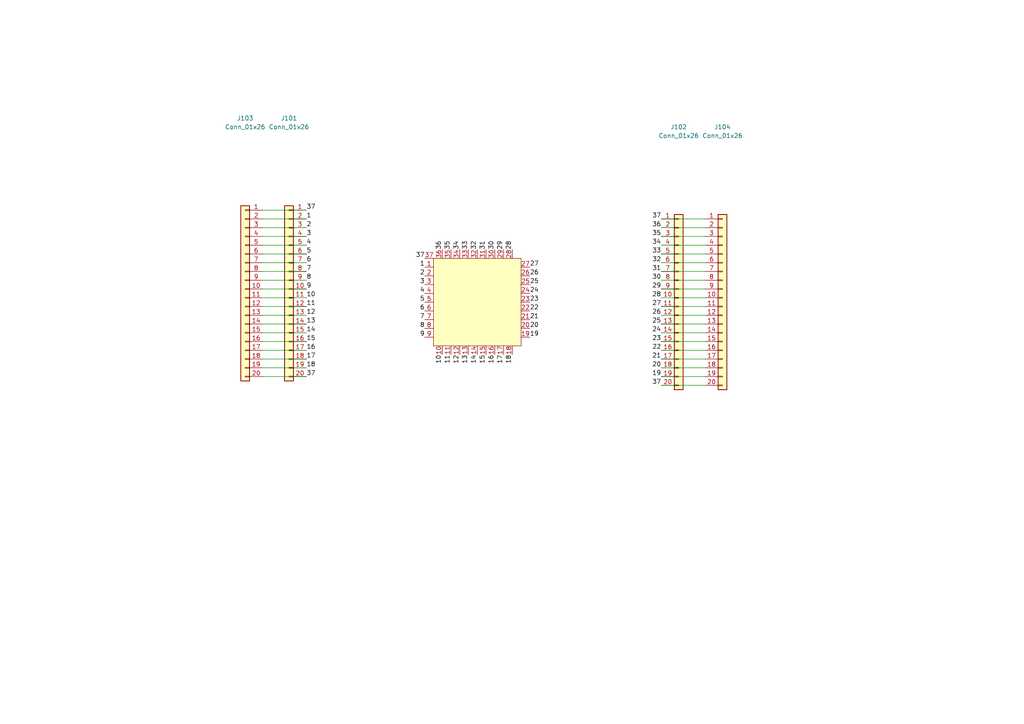
<source format=kicad_sch>
(kicad_sch (version 20250114) (generator "eeschema") (generator_version "9.0")
  (paper "A4")
  (lib_symbols
    (symbol "Connector_Generic:Conn_01x20" (pin_names (offset 1.016) (hide yes))
      (property "Reference" "J" (at 0 25.4 0))
      (property "Value" "Conn_01x20" (at 0 -27.94 0))
      (symbol "Conn_01x20_1_1"
        (rectangle (start -1.27 24.13) (end 1.27 -26.67) (stroke (width 0.254)) (fill (type background)))
        (rectangle (start -1.27 22.987) (end 0 22.733) (stroke (width 0.1524)))
        (rectangle (start -1.27 20.447) (end 0 20.193) (stroke (width 0.1524)))
        (rectangle (start -1.27 17.907) (end 0 17.653) (stroke (width 0.1524)))
        (rectangle (start -1.27 15.367) (end 0 15.113) (stroke (width 0.1524)))
        (rectangle (start -1.27 12.827) (end 0 12.573) (stroke (width 0.1524)))
        (rectangle (start -1.27 10.287) (end 0 10.033) (stroke (width 0.1524)))
        (rectangle (start -1.27 7.747) (end 0 7.493) (stroke (width 0.1524)))
        (rectangle (start -1.27 5.207) (end 0 4.953) (stroke (width 0.1524)))
        (rectangle (start -1.27 2.667) (end 0 2.413) (stroke (width 0.1524)))
        (rectangle (start -1.27 0.127) (end 0 -0.127) (stroke (width 0.1524)))
        (rectangle (start -1.27 -2.413) (end 0 -2.667) (stroke (width 0.1524)))
        (rectangle (start -1.27 -4.953) (end 0 -5.207) (stroke (width 0.1524)))
        (rectangle (start -1.27 -7.493) (end 0 -7.747) (stroke (width 0.1524)))
        (rectangle (start -1.27 -10.033) (end 0 -10.287) (stroke (width 0.1524)))
        (rectangle (start -1.27 -12.573) (end 0 -12.827) (stroke (width 0.1524)))
        (rectangle (start -1.27 -15.113) (end 0 -15.367) (stroke (width 0.1524)))
        (rectangle (start -1.27 -17.653) (end 0 -17.907) (stroke (width 0.1524)))
        (rectangle (start -1.27 -20.193) (end 0 -20.447) (stroke (width 0.1524)))
        (rectangle (start -1.27 -22.733) (end 0 -22.987) (stroke (width 0.1524)))
        (rectangle (start -1.27 -25.273) (end 0 -25.527) (stroke (width 0.1524)))
        (pin passive line (at -5.08 22.86 0) (length 3.81) (name "Pin_1") (number "1"))
        (pin passive line (at -5.08 20.32 0) (length 3.81) (name "Pin_2") (number "2"))
        (pin passive line (at -5.08 17.78 0) (length 3.81) (name "Pin_3") (number "3"))
        (pin passive line (at -5.08 15.24 0) (length 3.81) (name "Pin_4") (number "4"))
        (pin passive line (at -5.08 12.7 0) (length 3.81) (name "Pin_5") (number "5"))
        (pin passive line (at -5.08 10.16 0) (length 3.81) (name "Pin_6") (number "6"))
        (pin passive line (at -5.08 7.62 0) (length 3.81) (name "Pin_7") (number "7"))
        (pin passive line (at -5.08 5.08 0) (length 3.81) (name "Pin_8") (number "8"))
        (pin passive line (at -5.08 2.54 0) (length 3.81) (name "Pin_9") (number "9"))
        (pin passive line (at -5.08 0 0) (length 3.81) (name "Pin_10") (number "10"))
        (pin passive line (at -5.08 -2.54 0) (length 3.81) (name "Pin_11") (number "11"))
        (pin passive line (at -5.08 -5.08 0) (length 3.81) (name "Pin_12") (number "12"))
        (pin passive line (at -5.08 -7.62 0) (length 3.81) (name "Pin_13") (number "13"))
        (pin passive line (at -5.08 -10.16 0) (length 3.81) (name "Pin_14") (number "14"))
        (pin passive line (at -5.08 -12.7 0) (length 3.81) (name "Pin_15") (number "15"))
        (pin passive line (at -5.08 -15.24 0) (length 3.81) (name "Pin_16") (number "16"))
        (pin passive line (at -5.08 -17.78 0) (length 3.81) (name "Pin_17") (number "17"))
        (pin passive line (at -5.08 -20.32 0) (length 3.81) (name "Pin_18") (number "18"))
        (pin passive line (at -5.08 -22.86 0) (length 3.81) (name "Pin_19") (number "19"))
        (pin passive line (at -5.08 -25.4 0) (length 3.81) (name "Pin_20") (number "20"))
      )
    )
    (symbol "Interface_Ethernet:VSC8541XMV-0x"
      (symbol "VSC8541XMV-0x_0_0"
        (pin unspecified line (at -15.24 12.7 0) (length 2.54) (name "") (number "37"))
        (pin unspecified line (at -15.24 10.16 0) (length 2.54) (name "") (number "1"))
        (pin unspecified line (at -15.24 7.62 0) (length 2.54) (name "") (number "2"))
        (pin unspecified line (at -15.24 5.08 0) (length 2.54) (name "") (number "3"))
        (pin unspecified line (at -15.24 2.54 0) (length 2.54) (name "") (number "4"))
        (pin unspecified line (at -15.24 0 0) (length 2.54) (name "") (number "5"))
        (pin unspecified line (at -15.24 -2.54 0) (length 2.54) (name "") (number "6"))
        (pin unspecified line (at -15.24 -5.08 0) (length 2.54) (name "") (number "7"))
        (pin unspecified line (at -15.24 -7.62 0) (length 2.54) (name "") (number "8"))
        (pin unspecified line (at -15.24 -10.16 0) (length 2.54) (name "") (number "9"))
        (pin unspecified line (at -10.16 15.24 270) (length 2.54) (name "") (number "36"))
        (pin unspecified line (at -10.16 -15.24 90) (length 2.54) (name "") (number "10"))
        (pin unspecified line (at -7.62 15.24 270) (length 2.54) (name "") (number "35"))
        (pin unspecified line (at -7.62 -15.24 90) (length 2.54) (name "") (number "11"))
        (pin unspecified line (at -5.08 15.24 270) (length 2.54) (name "") (number "34"))
        (pin unspecified line (at -5.08 -15.24 90) (length 2.54) (name "") (number "12"))
        (pin unspecified line (at -2.54 15.24 270) (length 2.54) (name "") (number "33"))
        (pin unspecified line (at -2.54 -15.24 90) (length 2.54) (name "") (number "13"))
        (pin unspecified line (at 0 15.24 270) (length 2.54) (name "") (number "32"))
        (pin unspecified line (at 0 -15.24 90) (length 2.54) (name "") (number "14"))
        (pin unspecified line (at 2.54 15.24 270) (length 2.54) (name "") (number "31"))
        (pin unspecified line (at 2.54 -15.24 90) (length 2.54) (name "") (number "15"))
        (pin unspecified line (at 5.08 15.24 270) (length 2.54) (name "") (number "30"))
        (pin unspecified line (at 5.08 -15.24 90) (length 2.54) (name "") (number "16"))
        (pin unspecified line (at 7.62 15.24 270) (length 2.54) (name "") (number "29"))
        (pin unspecified line (at 7.62 -15.24 90) (length 2.54) (name "") (number "17"))
        (pin unspecified line (at 10.16 15.24 270) (length 2.54) (name "") (number "28"))
        (pin unspecified line (at 10.16 -15.24 90) (length 2.54) (name "") (number "18"))
        (pin unspecified line (at 15.24 10.16 180) (length 2.54) (name "") (number "27"))
        (pin unspecified line (at 15.24 7.62 180) (length 2.54) (name "") (number "26"))
        (pin unspecified line (at 15.24 5.08 180) (length 2.54) (name "") (number "25"))
        (pin unspecified line (at 15.24 2.54 180) (length 2.54) (name "") (number "24"))
        (pin unspecified line (at 15.24 0 180) (length 2.54) (name "") (number "23"))
        (pin unspecified line (at 15.24 -2.54 180) (length 2.54) (name "") (number "22"))
        (pin unspecified line (at 15.24 -5.08 180) (length 2.54) (name "") (number "21"))
        (pin unspecified line (at 15.24 -7.62 180) (length 2.54) (name "") (number "20"))
        (pin unspecified line (at 15.24 -10.16 180) (length 2.54) (name "") (number "19"))
      )
      (symbol "VSC8541XMV-0x_1_1"
        (rectangle (start -12.7 12.7) (end 12.7 -12.7) (fill (type background)))
      )
    )
  )
  (wire (pts (xy 204.47 66.04) (xy 191.77 66.04)))
  (wire (pts (xy 76.2 60.96) (xy 88.9 60.96)))
  (wire (pts (xy 204.47 101.6) (xy 191.77 101.6)))
  (wire (pts (xy 204.47 111.76) (xy 191.77 111.76)))
  (wire (pts (xy 76.2 88.9) (xy 88.9 88.9)))
  (wire (pts (xy 76.2 71.12) (xy 88.9 71.12)))
  (wire (pts (xy 204.47 81.28) (xy 191.77 81.28)))
  (wire (pts (xy 76.2 91.44) (xy 88.9 91.44)))
  (wire (pts (xy 76.2 63.5) (xy 88.9 63.5)))
  (wire (pts (xy 76.2 104.14) (xy 88.9 104.14)))
  (wire (pts (xy 76.2 66.04) (xy 88.9 66.04)))
  (wire (pts (xy 76.2 101.6) (xy 88.9 101.6)))
  (wire (pts (xy 204.47 88.9) (xy 191.77 88.9)))
  (wire (pts (xy 204.47 78.74) (xy 191.77 78.74)))
  (wire (pts (xy 204.47 76.2) (xy 191.77 76.2)))
  (wire (pts (xy 76.2 83.82) (xy 88.9 83.82)))
  (wire (pts (xy 204.47 104.14) (xy 191.77 104.14)))
  (wire (pts (xy 204.47 93.98) (xy 191.77 93.98)))
  (wire (pts (xy 204.47 73.66) (xy 191.77 73.66)))
  (wire (pts (xy 204.47 96.52) (xy 191.77 96.52)))
  (wire (pts (xy 76.2 81.28) (xy 88.9 81.28)))
  (wire (pts (xy 76.2 96.52) (xy 88.9 96.52)))
  (wire (pts (xy 204.47 63.5) (xy 191.77 63.5)))
  (wire (pts (xy 76.2 106.68) (xy 88.9 106.68)))
  (wire (pts (xy 76.2 109.22) (xy 88.9 109.22)))
  (wire (pts (xy 76.2 68.58) (xy 88.9 68.58)))
  (wire (pts (xy 204.47 106.68) (xy 191.77 106.68)))
  (wire (pts (xy 204.47 91.44) (xy 191.77 91.44)))
  (wire (pts (xy 76.2 99.06) (xy 88.9 99.06)))
  (wire (pts (xy 204.47 71.12) (xy 191.77 71.12)))
  (wire (pts (xy 76.2 78.74) (xy 88.9 78.74)))
  (wire (pts (xy 204.47 99.06) (xy 191.77 99.06)))
  (wire (pts (xy 204.47 83.82) (xy 191.77 83.82)))
  (wire (pts (xy 76.2 86.36) (xy 88.9 86.36)))
  (wire (pts (xy 204.47 86.36) (xy 191.77 86.36)))
  (wire (pts (xy 76.2 76.2) (xy 88.9 76.2)))
  (wire (pts (xy 204.47 68.58) (xy 191.77 68.58)))
  (wire (pts (xy 76.2 93.98) (xy 88.9 93.98)))
  (wire (pts (xy 76.2 73.66) (xy 88.9 73.66)))
  (wire (pts (xy 204.47 109.22) (xy 191.77 109.22)))
  (label "31" (at 191.77 78.74 180))
  (label "19" (at 191.77 109.22 180))
  (label "29" (at 191.77 83.82 180))
  (label "20" (at 191.77 106.68 180))
  (label "37" (at 191.77 111.76 180))
  (label "26" (at 191.77 91.44 180))
  (label "37" (at 123.19 74.93 180))
  (label "12" (at 88.9 91.44 0))
  (label "23" (at 191.77 99.06 180))
  (label "11" (at 88.9 88.9 0))
  (label "10" (at 88.9 86.36 0))
  (label "36" (at 191.77 66.04 180))
  (label "16" (at 88.9 101.6 0))
  (label "14" (at 88.9 96.52 0))
  (label "3" (at 88.9 68.58 0))
  (label "8" (at 88.9 81.28 0))
  (label "18" (at 88.9 106.68 0))
  (label "4" (at 88.9 71.12 0))
  (label "17" (at 88.9 104.14 0))
  (label "37" (at 191.77 63.5 180))
  (label "21" (at 191.77 104.14 180))
  (label "35" (at 191.77 68.58 180))
  (label "7" (at 88.9 78.74 0))
  (label "13" (at 88.9 93.98 0))
  (label "27" (at 191.77 88.9 180))
  (label "24" (at 191.77 96.52 180))
  (label "15" (at 88.9 99.06 0))
  (label "2" (at 88.9 66.04 0))
  (label "1" (at 88.9 63.5 0))
  (label "22" (at 191.77 101.6 180))
  (label "32" (at 191.77 76.2 180))
  (label "3" (at 123.19 82.55 180))
  (label "1" (at 123.19 77.47 180))
  (label "2" (at 123.19 80.01 180))
  (label "4" (at 123.19 85.09 180))
  (label "5" (at 123.19 87.63 180))
  (label "6" (at 123.19 90.17 180))
  (label "7" (at 123.19 92.71 180))
  (label "8" (at 123.19 95.25 180))
  (label "10" (at 128.27 102.87 270))
  (label "11" (at 130.81 102.87 270))
  (label "12" (at 133.35 102.87 270))
  (label "9" (at 123.19 97.79 180))
  (label "13" (at 135.89 102.87 270))
  (label "14" (at 138.43 102.87 270))
  (label "15" (at 140.97 102.87 270))
  (label "16" (at 143.51 102.87 270))
  (label "17" (at 146.05 102.87 270))
  (label "36" (at 128.27 72.39 90))
  (label "35" (at 130.81 72.39 90))
  (label "18" (at 148.59 102.87 270))
  (label "34" (at 133.35 72.39 90))
  (label "21" (at 153.67 92.71 0))
  (label "20" (at 153.67 95.25 0))
  (label "19" (at 153.67 97.79 0))
  (label "22" (at 153.67 90.17 0))
  (label "23" (at 153.67 87.63 0))
  (label "24" (at 153.67 85.09 0))
  (label "25" (at 153.67 82.55 0))
  (label "26" (at 153.67 80.01 0))
  (label "27" (at 153.67 77.47 0))
  (label "28" (at 148.59 72.39 90))
  (label "29" (at 146.05 72.39 90))
  (label "30" (at 143.51 72.39 90))
  (label "31" (at 140.97 72.39 90))
  (label "32" (at 138.43 72.39 90))
  (label "33" (at 135.89 72.39 90))
  (label "34" (at 191.77 71.12 180))
  (label "37" (at 88.9 60.96 0))
  (label "5" (at 88.9 73.66 0))
  (label "30" (at 191.77 81.28 180))
  (label "33" (at 191.77 73.66 180))
  (label "9" (at 88.9 83.82 0))
  (label "6" (at 88.9 76.2 0))
  (label "37" (at 88.9 109.22 0))
  (label "28" (at 191.77 86.36 180))
  (label "25" (at 191.77 93.98 180))
  (symbol (lib_id "Interface_Ethernet:VSC8541XMV-0x") (at 138.43 87.63 0) (unit 1)
    (property "Reference" "U101" (effects (hide yes)))
    (property "Value" "QFN-48" (effects (hide yes)))
    (property "Footprint" "Package_DFN_QFN:QFN-36-1EP_6x6mm_P0.5mm_EP3.7x3.7mm_ThermalVias" (effects (hide yes)))
  )
  (symbol (lib_id "Connector_Generic:Conn_01x20") (at 209.55 86.36 0) (unit 1)
    (property "Reference" "J104" (at 209.55 36.83 0))
    (property "Value" "Conn_01x26" (at 209.55 39.37 0))
    (property "Footprint" "Connector_PinHeader_2.54mm:PinHeader_1x20_P2.54mm_Vertical_SMD_Pin1Right" (effects (hide yes)))
    (property "Description" "Generic connector, single row, 01x20, script generated (kicad-library-utils/schlib/autogen/connector/)" (effects (hide yes)))
  )
  (symbol (lib_id "Connector_Generic:Conn_01x20") (at 83.82 83.82 0) (mirror y) (unit 1)
    (property "Reference" "J101" (at 83.82 34.29 0))
    (property "Value" "Conn_01x26" (at 83.82 36.83 0))
    (property "Footprint" "Connector_PinHeader_2.54mm:PinHeader_1x20_P2.54mm_Vertical" (effects (hide yes)))
    (property "Description" "Generic connector, single row, 01x20, script generated (kicad-library-utils/schlib/autogen/connector/)" (effects (hide yes)))
  )
  (symbol (lib_id "Connector_Generic:Conn_01x20") (at 196.85 86.36 0) (unit 1)
    (property "Reference" "J102" (at 196.85 36.83 0))
    (property "Value" "Conn_01x26" (at 196.85 39.37 0))
    (property "Footprint" "Connector_PinHeader_2.54mm:PinHeader_1x20_P2.54mm_Vertical" (effects (hide yes)))
    (property "Description" "Generic connector, single row, 01x20, script generated (kicad-library-utils/schlib/autogen/connector/)" (effects (hide yes)))
  )
  (symbol (lib_id "Connector_Generic:Conn_01x20") (at 71.12 83.82 0) (mirror y) (unit 1)
    (property "Reference" "J103" (at 71.12 34.29 0))
    (property "Value" "Conn_01x26" (at 71.12 36.83 0))
    (property "Footprint" "Connector_PinHeader_2.54mm:PinHeader_1x20_P2.54mm_Vertical_SMD_Pin1Left" (effects (hide yes)))
    (property "Description" "Generic connector, single row, 01x20, script generated (kicad-library-utils/schlib/autogen/connector/)" (effects (hide yes)))
  )
)
</source>
